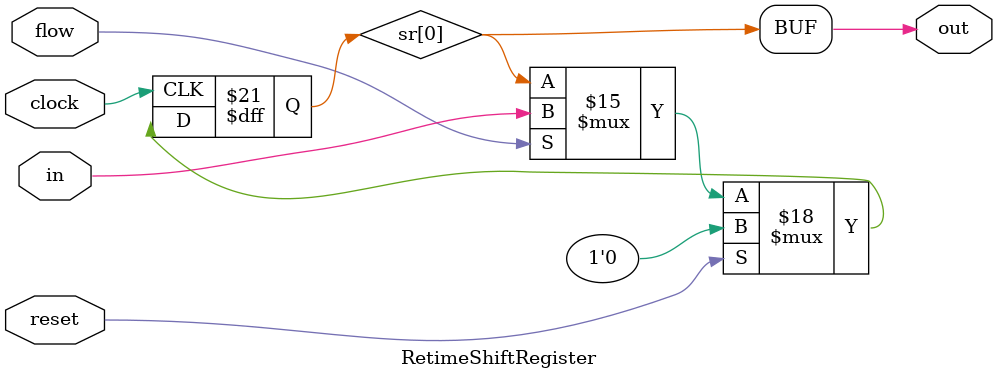
<source format=v>
module RetimeShiftRegister
#(
    parameter WIDTH = 1,
    parameter STAGES = 1)
(
    input clock,
    input reset,
    input flow,
    input [WIDTH-1:0] in,
    output reg [WIDTH-1:0] out
);
  integer i;
  reg [WIDTH-1:0] sr[0:STAGES-1]; // Create 'STAGES' number of register, each 'WIDTH' bits wide

   /* synopsys dc_tcl_script_begin
    set_ungroup [current_design] true
    set_flatten true -effort high -phase true -design [current_design]
    set_dont_retime [current_design] false
    set_optimize_registers true -design [current_design]
    */
  always @(posedge clock) begin
    if (reset) begin
      for(i=0; i<STAGES; i=i+1) begin
        sr[i] <= {WIDTH{1'b0}};
      end
    end else begin
      if (flow) begin
        sr[0] <= in;
        for(i=1; i<STAGES; i=i+1) begin
          sr[i] <= sr[i-1];
        end
      end
    end
  end

  always @(*) begin
    out <= sr[STAGES-1];
  end
endmodule


</source>
